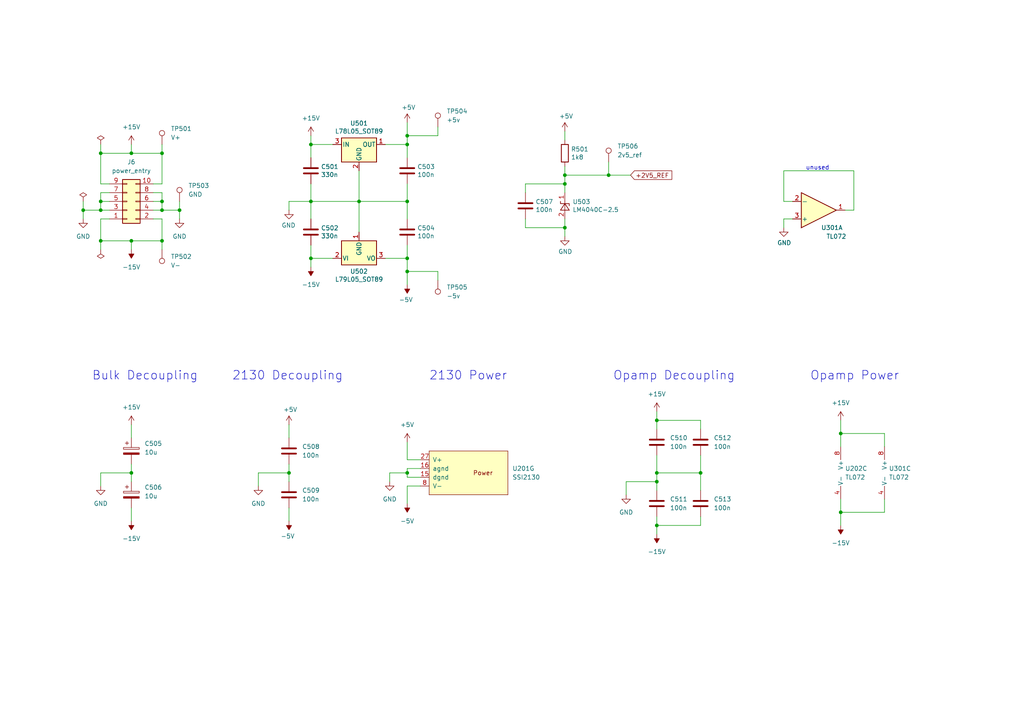
<source format=kicad_sch>
(kicad_sch (version 20211123) (generator eeschema)
  (paper "A4")
  (title_block (title "Josh Ox Ribbon Synth Mod Osc board") (date "2022-06-16") (rev "0") (comment 2 "creativecommons.org/licences/by/4.0") (comment 3 "license: CC by 4.0") (comment 4 "Author: Jordan Aceto"))
  (lib_symbols
    (symbol "Amplifier_Operational:TL072" (pin_names (offset 0.127))
      (property "Reference" "U" (at 0 5.08 0))
      (property "Value" "TL072" (at 0 -5.08 0))
      (symbol "TL072_1_1"
        (polyline (pts (xy -5.08 5.08) (xy 5.08 0) (xy -5.08 -5.08) (xy -5.08 5.08)) (stroke (width 0.254)) (fill (type background)))
        (pin output line (at 7.62 0 180) (length 2.54) (name "~") (number "1"))
        (pin input line (at -7.62 -2.54 0) (length 2.54) (name "-") (number "2"))
        (pin input line (at -7.62 2.54 0) (length 2.54) (name "+") (number "3"))
      )
      (symbol "TL072_2_1"
        (polyline (pts (xy -5.08 5.08) (xy 5.08 0) (xy -5.08 -5.08) (xy -5.08 5.08)) (stroke (width 0.254)) (fill (type background)))
        (pin input line (at -7.62 2.54 0) (length 2.54) (name "+") (number "5"))
        (pin input line (at -7.62 -2.54 0) (length 2.54) (name "-") (number "6"))
        (pin output line (at 7.62 0 180) (length 2.54) (name "~") (number "7"))
      )
      (symbol "TL072_3_1"
        (pin power_in line (at -2.54 -7.62 90) (length 3.81) (name "V-") (number "4"))
        (pin power_in line (at -2.54 7.62 270) (length 3.81) (name "V+") (number "8"))
      )
    )
    (symbol "Connector:TestPoint" (pin_numbers hide) (pin_names (offset 0.762) hide)
      (property "Reference" "TP" (at 0 6.858 0))
      (property "Value" "TestPoint" (at 0 5.08 0))
      (symbol "TestPoint_0_1"
        (circle (center 0 3.302) (radius 0.762))
      )
      (symbol "TestPoint_1_1"
        (pin passive line (at 0 0 90) (length 2.54) (name "1") (number "1"))
      )
    )
    (symbol "Connector_Generic:Conn_02x05_Odd_Even" (pin_names (offset 1.016) hide)
      (property "Reference" "J" (at 1.27 7.62 0))
      (property "Value" "Conn_02x05_Odd_Even" (at 1.27 -7.62 0))
      (symbol "Conn_02x05_Odd_Even_1_1"
        (rectangle (start -1.27 -4.953) (end 0 -5.207) (stroke (width 0.1524)))
        (rectangle (start -1.27 -2.413) (end 0 -2.667) (stroke (width 0.1524)))
        (rectangle (start -1.27 0.127) (end 0 -0.127) (stroke (width 0.1524)))
        (rectangle (start -1.27 2.667) (end 0 2.413) (stroke (width 0.1524)))
        (rectangle (start -1.27 5.207) (end 0 4.953) (stroke (width 0.1524)))
        (rectangle (start -1.27 6.35) (end 3.81 -6.35) (stroke (width 0.254)) (fill (type background)))
        (rectangle (start 3.81 -4.953) (end 2.54 -5.207) (stroke (width 0.1524)))
        (rectangle (start 3.81 -2.413) (end 2.54 -2.667) (stroke (width 0.1524)))
        (rectangle (start 3.81 0.127) (end 2.54 -0.127) (stroke (width 0.1524)))
        (rectangle (start 3.81 2.667) (end 2.54 2.413) (stroke (width 0.1524)))
        (rectangle (start 3.81 5.207) (end 2.54 4.953) (stroke (width 0.1524)))
        (pin passive line (at -5.08 5.08 0) (length 3.81) (name "Pin_1") (number "1"))
        (pin passive line (at 7.62 -5.08 180) (length 3.81) (name "Pin_10") (number "10"))
        (pin passive line (at 7.62 5.08 180) (length 3.81) (name "Pin_2") (number "2"))
        (pin passive line (at -5.08 2.54 0) (length 3.81) (name "Pin_3") (number "3"))
        (pin passive line (at 7.62 2.54 180) (length 3.81) (name "Pin_4") (number "4"))
        (pin passive line (at -5.08 0 0) (length 3.81) (name "Pin_5") (number "5"))
        (pin passive line (at 7.62 0 180) (length 3.81) (name "Pin_6") (number "6"))
        (pin passive line (at -5.08 -2.54 0) (length 3.81) (name "Pin_7") (number "7"))
        (pin passive line (at 7.62 -2.54 180) (length 3.81) (name "Pin_8") (number "8"))
        (pin passive line (at -5.08 -5.08 0) (length 3.81) (name "Pin_9") (number "9"))
      )
    )
    (symbol "Device:C" (pin_numbers hide) (pin_names (offset 0.254))
      (property "Reference" "C" (at 0.635 2.54 0))
      (property "Value" "C" (at 0.635 -2.54 0))
      (symbol "C_0_1"
        (polyline (pts (xy -2.032 -0.762) (xy 2.032 -0.762)) (stroke (width 0.508)))
        (polyline (pts (xy -2.032 0.762) (xy 2.032 0.762)) (stroke (width 0.508)))
      )
      (symbol "C_1_1"
        (pin passive line (at 0 3.81 270) (length 2.794) (name "~") (number "1"))
        (pin passive line (at 0 -3.81 90) (length 2.794) (name "~") (number "2"))
      )
    )
    (symbol "Device:C_Polarized" (pin_numbers hide) (pin_names (offset 0.254))
      (property "Reference" "C" (at 0.635 2.54 0))
      (property "Value" "C_Polarized" (at 0.635 -2.54 0))
      (symbol "C_Polarized_0_1"
        (rectangle (start -2.286 0.508) (end 2.286 1.016))
        (polyline (pts (xy -1.778 2.286) (xy -0.762 2.286)))
        (polyline (pts (xy -1.27 2.794) (xy -1.27 1.778)))
        (rectangle (start 2.286 -0.508) (end -2.286 -1.016) (fill (type outline)))
      )
      (symbol "C_Polarized_1_1"
        (pin passive line (at 0 3.81 270) (length 2.794) (name "~") (number "1"))
        (pin passive line (at 0 -3.81 90) (length 2.794) (name "~") (number "2"))
      )
    )
    (symbol "Device:R" (pin_numbers hide) (pin_names (offset 0))
      (property "Reference" "R" (at 2.032 0 90))
      (property "Value" "R" (at 0 0 90))
      (symbol "R_0_1"
        (rectangle (start -1.016 -2.54) (end 1.016 2.54) (stroke (width 0.254)))
      )
      (symbol "R_1_1"
        (pin passive line (at 0 3.81 270) (length 1.27) (name "~") (number "1"))
        (pin passive line (at 0 -3.81 90) (length 1.27) (name "~") (number "2"))
      )
    )
    (symbol "Reference_Voltage:LM4040DBZ-2.5" (pin_names (offset 0.0254) hide)
      (property "Reference" "U" (at 0 2.54 0))
      (property "Value" "LM4040DBZ-2.5" (at 0 -3.175 0))
      (symbol "LM4040DBZ-2.5_0_1"
        (polyline (pts (xy -1.27 0) (xy 0 0) (xy 1.27 0)))
        (polyline (pts (xy -1.27 -1.27) (xy 0.635 0) (xy -1.27 1.27) (xy -1.27 -1.27)) (stroke (width 0.2032)))
        (polyline (pts (xy 0 -1.27) (xy 0.635 -1.27) (xy 0.635 1.27) (xy 1.27 1.27)) (stroke (width 0.2032)))
      )
      (symbol "LM4040DBZ-2.5_1_1"
        (pin passive line (at 3.81 0 180) (length 2.54) (name "K") (number "1"))
        (pin passive line (at -3.81 0 0) (length 2.54) (name "A") (number "2"))
      )
    )
    (symbol "Regulator_Linear:L78L05_SOT89" (pin_names (offset 0.254))
      (property "Reference" "U" (at -3.81 3.175 0))
      (property "Value" "L78L05_SOT89" (at -0.635 3.175 0))
      (symbol "L78L05_SOT89_0_1"
        (rectangle (start -5.08 1.905) (end 5.08 -5.08) (stroke (width 0.254)) (fill (type background)))
      )
      (symbol "L78L05_SOT89_1_1"
        (pin power_out line (at 7.62 0 180) (length 2.54) (name "OUT") (number "1"))
        (pin power_in line (at 0 -7.62 90) (length 2.54) (name "GND") (number "2"))
        (pin power_in line (at -7.62 0 0) (length 2.54) (name "IN") (number "3"))
      )
    )
    (symbol "Regulator_Linear:L79L05_SOT89" (pin_names (offset 0.254))
      (property "Reference" "U" (at -3.81 -3.175 0))
      (property "Value" "L79L05_SOT89" (at 0 -3.175 0))
      (symbol "L79L05_SOT89_0_1"
        (rectangle (start -5.08 5.08) (end 5.08 -1.905) (stroke (width 0.254)) (fill (type background)))
      )
      (symbol "L79L05_SOT89_1_1"
        (pin power_in line (at 0 7.62 270) (length 2.54) (name "GND") (number "1"))
        (pin power_in line (at -7.62 0 0) (length 2.54) (name "VI") (number "2"))
        (pin power_out line (at 7.62 0 180) (length 2.54) (name "VO") (number "3"))
      )
    )
    (symbol "custom_symbols:SSI2130" (pin_names (offset 1.016))
      (property "Reference" "U1" (at 2.0194 16.51 0))
      (property "Value" "SSI2130" (at 2.0194 13.97 0))
      (symbol "SSI2130_1_0"
        (polyline (pts (xy -16.51 11.43) (xy -16.51 -13.97) (xy 15.24 -13.97) (xy 15.24 11.43) (xy 6.35 11.43) (xy -16.51 11.43)) (fill (type background)))
        (text "Generator" (at 3.81 -8.89 0) (effects (font (size 1.27 1.27)) (justify left)))
        (text "Triangle" (at 3.81 -6.35 0) (effects (font (size 1.27 1.27)) (justify left)))
      )
      (symbol "SSI2130_1_1"
        (pin output line (at 17.78 2.54 180) (length 2.54) (name "tri_out") (number "1"))
        (pin input line (at -19.05 -11.43 0) (length 2.54) (name "tcap") (number "14"))
        (pin input line (at -19.05 -1.27 0) (length 2.54) (name "hard_sync") (number "17"))
        (pin input line (at -19.05 -6.35 0) (length 2.54) (name "time_rev") (number "18"))
        (pin input line (at -19.05 3.81 0) (length 2.54) (name "soft_sync") (number "19"))
        (pin input line (at 0 -16.51 90) (length 2.54) (name "hft_base") (number "20"))
        (pin input line (at -19.05 8.89 0) (length 2.54) (name "lin_freq") (number "21"))
        (pin input line (at 0 13.97 270) (length 2.54) (name "vref") (number "23"))
        (pin output line (at 17.78 -2.54 180) (length 2.54) (name "square_out") (number "28"))
        (pin input line (at -3.81 -16.51 90) (length 2.54) (name "hf_track") (number "6"))
      )
      (symbol "SSI2130_2_1"
        (polyline (pts (xy -11.43 0) (xy -11.43 7.62) (xy 12.7 7.62) (xy 12.7 -8.89) (xy -11.43 -8.89) (xy -11.43 0)) (fill (type background)))
        (text "Saw" (at 1.27 -3.81 0) (effects (font (size 1.27 1.27)) (justify left)))
        (text "Shaper" (at 1.27 -6.35 0) (effects (font (size 1.27 1.27)) (justify left)))
        (pin output line (at 15.24 0 180) (length 2.54) (name "saw_out") (number "29"))
      )
      (symbol "SSI2130_3_1"
        (polyline (pts (xy 12.7 7.62) (xy -11.43 7.62) (xy -11.43 -8.89) (xy 12.7 -8.89) (xy 12.7 7.62)) (fill (type background)))
        (text "Pulse" (at 1.27 -3.81 0) (effects (font (size 1.27 1.27)) (justify left)))
        (text "Shaper" (at 1.27 -6.35 0) (effects (font (size 1.27 1.27)) (justify left)))
        (pin output line (at 15.24 0 180) (length 2.54) (name "pulse_out") (number "30"))
        (pin input line (at -13.97 3.81 0) (length 2.54) (name "pwm_in_-") (number "31"))
        (pin input line (at -13.97 -5.08 0) (length 2.54) (name "pwm_in_+") (number "32"))
      )
      (symbol "SSI2130_4_1"
        (polyline (pts (xy -11.43 6.35) (xy -11.43 -6.35) (xy 11.43 -6.35) (xy 11.43 6.35) (xy -11.43 6.35)) (fill (type background)))
        (text "Analog" (at 1.27 1.27 0) (effects (font (size 1.27 1.27)) (justify left)))
        (text "Multiplier" (at 1.27 -1.27 0) (effects (font (size 1.27 1.27)) (justify left)))
        (pin input line (at -13.97 3.81 0) (length 2.54) (name "expo_scale") (number "22"))
        (pin input line (at -13.97 -3.81 0) (length 2.54) (name "bw_comp") (number "26"))
        (pin input line (at -13.97 0 0) (length 2.54) (name "expo_freq") (number "7"))
      )
      (symbol "SSI2130_5_1"
        (polyline (pts (xy -11.43 7.62) (xy -11.43 -8.89) (xy 12.7 -8.89) (xy 12.7 7.62) (xy -11.43 7.62)) (fill (type background)))
        (text "Shaper" (at 1.27 -6.35 0) (effects (font (size 1.27 1.27)) (justify left)))
        (text "Sine Wave" (at 1.27 -3.81 0) (effects (font (size 1.27 1.27)) (justify left)))
        (pin input line (at -13.97 -5.08 0) (length 2.54) (name "sine_in_+") (number "2"))
        (pin output line (at 15.24 0 180) (length 2.54) (name "sine_out") (number "24"))
        (pin input line (at -13.97 3.81 0) (length 2.54) (name "sine_in_-") (number "3"))
      )
      (symbol "SSI2130_6_1"
        (polyline (pts (xy 11.43 -11.43) (xy -11.43 -11.43) (xy -11.43 10.16) (xy -11.43 17.78) (xy 11.43 17.78) (xy 11.43 -11.43)) (fill (type background)))
        (text "Mixer" (at 3.81 -7.62 0) (effects (font (size 1.27 1.27)) (justify left)))
        (pin input line (at -13.97 -5.08 0) (length 2.54) (name "saw_mix") (number "10"))
        (pin input line (at -13.97 -8.89 0) (length 2.54) (name "pulse_mix") (number "11"))
        (pin input line (at -13.97 6.35 0) (length 2.54) (name "aux_1_mix") (number "12"))
        (pin input line (at -13.97 2.54 0) (length 2.54) (name "aux_2_mix") (number "13"))
        (pin output line (at 13.97 3.81 180) (length 2.54) (name "mix_out") (number "25"))
        (pin input line (at -13.97 15.24 0) (length 2.54) (name "aux_in_1") (number "4"))
        (pin input line (at -13.97 11.43 0) (length 2.54) (name "aux_in_2") (number "5"))
        (pin input line (at -13.97 -1.27 0) (length 2.54) (name "tri_mix") (number "9"))
      )
      (symbol "SSI2130_7_1"
        (polyline (pts (xy -11.43 6.35) (xy -11.43 -6.35) (xy 11.43 -6.35) (xy 11.43 6.35) (xy -11.43 6.35)) (fill (type background)))
        (text "Power" (at 1.27 0 0) (effects (font (size 1.27 1.27)) (justify left)))
        (pin power_in line (at -13.97 -1.27 0) (length 2.54) (name "dgnd") (number "15"))
        (pin power_in line (at -13.97 1.27 0) (length 2.54) (name "agnd") (number "16"))
        (pin power_in line (at -13.97 3.81 0) (length 2.54) (name "V+") (number "27"))
        (pin power_in line (at -13.97 -3.81 0) (length 2.54) (name "V-") (number "8"))
      )
    )
    (symbol "power:+15V" (power) (pin_names (offset 0))
      (property "Value" "+15V" (at 0 3.556 0))
      (symbol "+15V_0_1"
        (polyline (pts (xy -0.762 1.27) (xy 0 2.54)))
        (polyline (pts (xy 0 0) (xy 0 2.54)))
        (polyline (pts (xy 0 2.54) (xy 0.762 1.27)))
      )
      (symbol "+15V_1_1"
        (pin power_in line (at 0 0 90) (length 0) hide (name "+15V") (number "1"))
      )
    )
    (symbol "power:+5V" (power) (pin_names (offset 0))
      (property "Value" "+5V" (at 0 3.556 0))
      (symbol "+5V_0_1"
        (polyline (pts (xy -0.762 1.27) (xy 0 2.54)))
        (polyline (pts (xy 0 0) (xy 0 2.54)))
        (polyline (pts (xy 0 2.54) (xy 0.762 1.27)))
      )
      (symbol "+5V_1_1"
        (pin power_in line (at 0 0 90) (length 0) hide (name "+5V") (number "1"))
      )
    )
    (symbol "power:-15V" (power) (pin_names (offset 0))
      (property "Value" "-15V" (at 0 3.81 0))
      (symbol "-15V_0_0"
        (pin power_in line (at 0 0 90) (length 0) hide (name "-15V") (number "1"))
      )
      (symbol "-15V_0_1"
        (polyline (pts (xy 0 0) (xy 0 1.27) (xy 0.762 1.27) (xy 0 2.54) (xy -0.762 1.27) (xy 0 1.27)) (fill (type outline)))
      )
    )
    (symbol "power:-5V" (power) (pin_names (offset 0))
      (property "Value" "-5V" (at 0 3.81 0))
      (symbol "-5V_0_0"
        (pin power_in line (at 0 0 90) (length 0) hide (name "-5V") (number "1"))
      )
      (symbol "-5V_0_1"
        (polyline (pts (xy 0 0) (xy 0 1.27) (xy 0.762 1.27) (xy 0 2.54) (xy -0.762 1.27) (xy 0 1.27)) (fill (type outline)))
      )
    )
    (symbol "power:GND" (power) (pin_names (offset 0))
      (property "Value" "GND" (at 0 -3.81 0))
      (symbol "GND_0_1"
        (polyline (pts (xy 0 0) (xy 0 -1.27) (xy 1.27 -1.27) (xy 0 -2.54) (xy -1.27 -1.27) (xy 0 -1.27)))
      )
      (symbol "GND_1_1"
        (pin power_in line (at 0 0 270) (length 0) hide (name "GND") (number "1"))
      )
    )
    (symbol "power:PWR_FLAG" (power) (pin_numbers hide) (pin_names (offset 0) hide)
      (property "Value" "PWR_FLAG" (at 0 3.81 0))
      (symbol "PWR_FLAG_0_0"
        (pin power_out line (at 0 0 90) (length 0) (name "pwr") (number "1"))
      )
      (symbol "PWR_FLAG_0_1"
        (polyline (pts (xy 0 0) (xy 0 1.27) (xy -1.016 1.905) (xy 0 2.54) (xy 1.016 1.905) (xy 0 1.27)))
      )
    )
  )
  (junction (at 203.2 137.16))
  (junction (at 104.14 58.42))
  (junction (at 29.21 58.42))
  (junction (at 190.5 139.7))
  (junction (at 52.07 60.96))
  (junction (at 118.11 39.37))
  (junction (at 243.84 125.73))
  (junction (at 46.99 69.85))
  (junction (at 118.11 74.93))
  (junction (at 163.83 50.8))
  (junction (at 243.84 148.59))
  (junction (at 190.5 137.16))
  (junction (at 118.11 78.74))
  (junction (at 29.21 60.96))
  (junction (at 176.53 50.8))
  (junction (at 24.13 60.96))
  (junction (at 90.17 58.42))
  (junction (at 118.11 41.91))
  (junction (at 38.1 44.45))
  (junction (at 29.21 44.45))
  (junction (at 38.1 69.85))
  (junction (at 90.17 74.93))
  (junction (at 46.99 58.42))
  (junction (at 163.83 53.34))
  (junction (at 46.99 44.45))
  (junction (at 29.21 69.85))
  (junction (at 163.83 66.04))
  (junction (at 190.5 121.92))
  (junction (at 83.82 137.16))
  (junction (at 46.99 60.96))
  (junction (at 90.17 41.91))
  (junction (at 38.1 137.16))
  (junction (at 118.11 58.42))
  (junction (at 190.5 152.4))
  (junction (at 118.11 137.16))
  (wire (pts (xy 118.11 140.97) (xy 121.92 140.97)))
  (wire (pts (xy 118.11 140.97) (xy 118.11 146.05)))
  (wire (pts (xy 29.21 55.88) (xy 29.21 58.42)))
  (wire (pts (xy 163.83 68.58) (xy 163.83 66.04)))
  (wire (pts (xy 29.21 69.85) (xy 38.1 69.85)))
  (wire (pts (xy 243.84 144.78) (xy 243.84 148.59)))
  (wire (pts (xy 29.21 55.88) (xy 31.75 55.88)))
  (wire (pts (xy 163.83 38.1) (xy 163.83 40.64)))
  (wire (pts (xy 176.53 46.99) (xy 176.53 50.8)))
  (wire (pts (xy 243.84 125.73) (xy 243.84 129.54)))
  (wire (pts (xy 113.03 137.16) (xy 118.11 137.16)))
  (wire (pts (xy 203.2 137.16) (xy 203.2 132.08)))
  (wire (pts (xy 118.11 133.35) (xy 121.92 133.35)))
  (wire (pts (xy 118.11 39.37) (xy 127 39.37)))
  (wire (pts (xy 247.65 49.53) (xy 227.33 49.53)))
  (wire (pts (xy 29.21 58.42) (xy 29.21 60.96)))
  (wire (pts (xy 181.61 143.51) (xy 181.61 139.7)))
  (wire (pts (xy 118.11 58.42) (xy 118.11 53.34)))
  (wire (pts (xy 83.82 123.19) (xy 83.82 127)))
  (wire (pts (xy 83.82 134.62) (xy 83.82 137.16)))
  (wire (pts (xy 118.11 138.43) (xy 118.11 137.16)))
  (wire (pts (xy 46.99 44.45) (xy 38.1 44.45)))
  (wire (pts (xy 203.2 124.46) (xy 203.2 121.92)))
  (wire (pts (xy 247.65 60.96) (xy 247.65 49.53)))
  (wire (pts (xy 127 36.83) (xy 127 39.37)))
  (wire (pts (xy 44.45 60.96) (xy 46.99 60.96)))
  (wire (pts (xy 256.54 144.78) (xy 256.54 148.59)))
  (wire (pts (xy 256.54 125.73) (xy 243.84 125.73)))
  (wire (pts (xy 44.45 55.88) (xy 46.99 55.88)))
  (wire (pts (xy 229.87 58.42) (xy 227.33 58.42)))
  (wire (pts (xy 90.17 39.37) (xy 90.17 41.91)))
  (wire (pts (xy 38.1 147.32) (xy 38.1 151.13)))
  (wire (pts (xy 190.5 152.4) (xy 190.5 154.94)))
  (wire (pts (xy 163.83 50.8) (xy 163.83 48.26)))
  (wire (pts (xy 90.17 77.47) (xy 90.17 74.93)))
  (wire (pts (xy 227.33 58.42) (xy 227.33 49.53)))
  (wire (pts (xy 104.14 67.31) (xy 104.14 58.42)))
  (wire (pts (xy 29.21 72.39) (xy 29.21 69.85)))
  (wire (pts (xy 118.11 63.5) (xy 118.11 58.42)))
  (wire (pts (xy 163.83 50.8) (xy 176.53 50.8)))
  (wire (pts (xy 243.84 152.4) (xy 243.84 148.59)))
  (wire (pts (xy 127 81.28) (xy 127 78.74)))
  (wire (pts (xy 118.11 78.74) (xy 127 78.74)))
  (wire (pts (xy 118.11 35.56) (xy 118.11 39.37)))
  (wire (pts (xy 83.82 147.32) (xy 83.82 151.13)))
  (wire (pts (xy 44.45 53.34) (xy 46.99 53.34)))
  (wire (pts (xy 245.11 60.96) (xy 247.65 60.96)))
  (wire (pts (xy 74.93 137.16) (xy 83.82 137.16)))
  (wire (pts (xy 203.2 137.16) (xy 190.5 137.16)))
  (wire (pts (xy 90.17 41.91) (xy 90.17 45.72)))
  (wire (pts (xy 38.1 69.85) (xy 46.99 69.85)))
  (wire (pts (xy 24.13 58.42) (xy 24.13 60.96)))
  (wire (pts (xy 83.82 137.16) (xy 83.82 139.7)))
  (wire (pts (xy 83.82 58.42) (xy 90.17 58.42)))
  (wire (pts (xy 52.07 63.5) (xy 52.07 60.96)))
  (wire (pts (xy 190.5 152.4) (xy 203.2 152.4)))
  (wire (pts (xy 29.21 44.45) (xy 29.21 53.34)))
  (wire (pts (xy 118.11 71.12) (xy 118.11 74.93)))
  (wire (pts (xy 203.2 142.24) (xy 203.2 137.16)))
  (wire (pts (xy 111.76 74.93) (xy 118.11 74.93)))
  (wire (pts (xy 38.1 41.91) (xy 38.1 44.45)))
  (wire (pts (xy 113.03 139.7) (xy 113.03 137.16)))
  (wire (pts (xy 118.11 135.89) (xy 121.92 135.89)))
  (wire (pts (xy 118.11 39.37) (xy 118.11 41.91)))
  (wire (pts (xy 118.11 82.55) (xy 118.11 78.74)))
  (wire (pts (xy 118.11 41.91) (xy 118.11 45.72)))
  (wire (pts (xy 46.99 58.42) (xy 46.99 55.88)))
  (wire (pts (xy 104.14 49.53) (xy 104.14 58.42)))
  (wire (pts (xy 163.83 53.34) (xy 163.83 50.8)))
  (wire (pts (xy 163.83 55.88) (xy 163.83 53.34)))
  (wire (pts (xy 190.5 137.16) (xy 190.5 139.7)))
  (wire (pts (xy 31.75 63.5) (xy 29.21 63.5)))
  (wire (pts (xy 46.99 63.5) (xy 44.45 63.5)))
  (wire (pts (xy 152.4 55.88) (xy 152.4 53.34)))
  (wire (pts (xy 152.4 63.5) (xy 152.4 66.04)))
  (wire (pts (xy 24.13 60.96) (xy 29.21 60.96)))
  (wire (pts (xy 46.99 60.96) (xy 46.99 58.42)))
  (wire (pts (xy 83.82 60.96) (xy 83.82 58.42)))
  (wire (pts (xy 29.21 63.5) (xy 29.21 69.85)))
  (wire (pts (xy 38.1 134.62) (xy 38.1 137.16)))
  (wire (pts (xy 46.99 53.34) (xy 46.99 44.45)))
  (wire (pts (xy 96.52 41.91) (xy 90.17 41.91)))
  (wire (pts (xy 31.75 60.96) (xy 29.21 60.96)))
  (wire (pts (xy 52.07 60.96) (xy 46.99 60.96)))
  (wire (pts (xy 118.11 78.74) (xy 118.11 74.93)))
  (wire (pts (xy 29.21 41.91) (xy 29.21 44.45)))
  (wire (pts (xy 90.17 58.42) (xy 90.17 63.5)))
  (wire (pts (xy 96.52 74.93) (xy 90.17 74.93)))
  (wire (pts (xy 29.21 137.16) (xy 38.1 137.16)))
  (wire (pts (xy 190.5 121.92) (xy 190.5 124.46)))
  (wire (pts (xy 256.54 125.73) (xy 256.54 129.54)))
  (wire (pts (xy 152.4 66.04) (xy 163.83 66.04)))
  (wire (pts (xy 90.17 74.93) (xy 90.17 71.12)))
  (wire (pts (xy 118.11 137.16) (xy 118.11 135.89)))
  (wire (pts (xy 29.21 140.97) (xy 29.21 137.16)))
  (wire (pts (xy 256.54 148.59) (xy 243.84 148.59)))
  (wire (pts (xy 24.13 63.5) (xy 24.13 60.96)))
  (wire (pts (xy 190.5 119.38) (xy 190.5 121.92)))
  (wire (pts (xy 104.14 58.42) (xy 118.11 58.42)))
  (wire (pts (xy 46.99 41.91) (xy 46.99 44.45)))
  (wire (pts (xy 203.2 152.4) (xy 203.2 149.86)))
  (wire (pts (xy 90.17 58.42) (xy 104.14 58.42)))
  (wire (pts (xy 227.33 63.5) (xy 229.87 63.5)))
  (wire (pts (xy 29.21 53.34) (xy 31.75 53.34)))
  (wire (pts (xy 46.99 72.39) (xy 46.99 69.85)))
  (wire (pts (xy 152.4 53.34) (xy 163.83 53.34)))
  (wire (pts (xy 44.45 58.42) (xy 46.99 58.42)))
  (wire (pts (xy 90.17 53.34) (xy 90.17 58.42)))
  (wire (pts (xy 118.11 128.27) (xy 118.11 133.35)))
  (wire (pts (xy 29.21 58.42) (xy 31.75 58.42)))
  (wire (pts (xy 38.1 137.16) (xy 38.1 139.7)))
  (wire (pts (xy 190.5 139.7) (xy 190.5 142.24)))
  (wire (pts (xy 38.1 123.19) (xy 38.1 127)))
  (wire (pts (xy 38.1 69.85) (xy 38.1 72.39)))
  (wire (pts (xy 227.33 66.04) (xy 227.33 63.5)))
  (wire (pts (xy 74.93 140.97) (xy 74.93 137.16)))
  (wire (pts (xy 243.84 121.92) (xy 243.84 125.73)))
  (wire (pts (xy 190.5 132.08) (xy 190.5 137.16)))
  (wire (pts (xy 121.92 138.43) (xy 118.11 138.43)))
  (wire (pts (xy 163.83 66.04) (xy 163.83 63.5)))
  (wire (pts (xy 176.53 50.8) (xy 182.88 50.8)))
  (wire (pts (xy 203.2 121.92) (xy 190.5 121.92)))
  (wire (pts (xy 190.5 149.86) (xy 190.5 152.4)))
  (wire (pts (xy 52.07 58.42) (xy 52.07 60.96)))
  (wire (pts (xy 46.99 69.85) (xy 46.99 63.5)))
  (wire (pts (xy 181.61 139.7) (xy 190.5 139.7)))
  (wire (pts (xy 38.1 44.45) (xy 29.21 44.45)))
  (wire (pts (xy 118.11 41.91) (xy 111.76 41.91)))
  (text "2130 Decoupling" (at 67.31 110.49 0) (effects (font (size 2.5 2.5)) (justify left bottom)))
  (text "Opamp Decoupling" (at 177.8 110.49 0) (effects (font (size 2.5 2.5)) (justify left bottom)))
  (text "2130 Power" (at 124.46 110.49 0) (effects (font (size 2.5 2.5)) (justify left bottom)))
  (text "unused" (at 233.68 49.53 0) (effects (font (size 1.27 1.27)) (justify left bottom)))
  (text "Opamp Power" (at 234.95 110.49 0) (effects (font (size 2.5 2.5)) (justify left bottom)))
  (text "Bulk Decoupling" (at 26.67 110.49 0) (effects (font (size 2.5 2.5)) (justify left bottom)))
  (global_label "+2V5_REF" (shape input) (at 182.88 50.8 0) (property "Intersheet References" "${INTERSHEET_REFS}" (effects hide)))
  (symbol (lib_id "Connector:TestPoint") (at 46.99 72.39 180) (unit 1) (in_bom no)
    (property "Reference" "TP502" (at 49.53 74.4219 0) (effects (justify right)))
    (property "Value" "V-" (at 49.53 76.9619 0) (effects (justify right)))
    (property "Footprint" "TestPoint:TestPoint_Keystone_5000-5004_Miniature" (effects hide))
  )
  (symbol (lib_id "Device:C") (at 118.11 49.53 0) (unit 1)
    (property "Reference" "C503" (at 121.031 48.3616 0) (effects (justify left)))
    (property "Value" "100n" (at 121.031 50.673 0) (effects (justify left)))
    (property "Footprint" "Capacitor_SMD:C_0805_2012Metric" (effects hide))
  )
  (symbol (lib_id "Amplifier_Operational:TL072") (at 246.38 137.16 0) (unit 3)
    (property "Reference" "U202" (at 245.11 135.8899 0) (effects (justify left)))
    (property "Value" "TL072" (at 245.11 138.4299 0) (effects (justify left)))
    (property "Footprint" "Package_SO:SO-8_5.3x6.2mm_P1.27mm" (effects hide))
    (property "Datasheet" "http://www.ti.com/lit/ds/symlink/tl071.pdf" (effects hide))
  )
  (symbol (lib_id "power:+15V") (at 190.5 119.38 0) (unit 1)
    (property "Reference" "#PWR0516" (effects hide))
    (property "Value" "+15V" (at 190.5 114.3 0))
  )
  (symbol (lib_id "power:GND") (at 74.93 140.97 0) (unit 1)
    (property "Reference" "#PWR0107" (effects hide))
    (property "Value" "GND" (at 74.93 146.05 0))
  )
  (symbol (lib_id "Connector:TestPoint") (at 176.53 46.99 0) (unit 1) (in_bom no)
    (property "Reference" "TP506" (at 179.07 42.4179 0) (effects (justify left)))
    (property "Value" "2v5_ref" (at 179.07 44.9579 0) (effects (justify left)))
    (property "Footprint" "TestPoint:TestPoint_Keystone_5000-5004_Miniature" (effects hide))
  )
  (symbol (lib_id "power:GND") (at 52.07 63.5 0) (unit 1)
    (property "Reference" "#PWR0507" (effects hide))
    (property "Value" "GND" (at 52.07 68.58 0))
  )
  (symbol (lib_id "Device:C") (at 203.2 146.05 0) (unit 1)
    (property "Reference" "C513" (at 207.01 144.7799 0) (effects (justify left)))
    (property "Value" "100n" (at 207.01 147.3199 0) (effects (justify left)))
    (property "Footprint" "Capacitor_SMD:C_0805_2012Metric" (effects hide))
  )
  (symbol (lib_id "Connector:TestPoint") (at 46.99 41.91 0) (unit 1) (in_bom no)
    (property "Reference" "TP501" (at 49.53 37.3379 0) (effects (justify left)))
    (property "Value" "V+" (at 49.53 39.8779 0) (effects (justify left)))
    (property "Footprint" "TestPoint:TestPoint_Keystone_5000-5004_Miniature" (effects hide))
  )
  (symbol (lib_id "power:-15V") (at 38.1 72.39 180) (unit 1)
    (property "Reference" "#PWR0506" (effects hide))
    (property "Value" "-15V" (at 38.1 77.47 0))
  )
  (symbol (lib_id "power:+15V") (at 90.17 39.37 0) (unit 1)
    (property "Reference" "#PWR0503" (effects hide))
    (property "Value" "+15V" (at 90.17 34.29 0))
  )
  (symbol (lib_id "power:GND") (at 83.82 60.96 0) (mirror y) (unit 1)
    (property "Reference" "#PWR0501" (effects hide))
    (property "Value" "GND" (at 83.693 65.3542 0))
  )
  (symbol (lib_id "Device:C") (at 190.5 128.27 0) (unit 1)
    (property "Reference" "C510" (at 194.31 126.9999 0) (effects (justify left)))
    (property "Value" "100n" (at 194.31 129.5399 0) (effects (justify left)))
    (property "Footprint" "Capacitor_SMD:C_0805_2012Metric" (effects hide))
  )
  (symbol (lib_id "Connector:TestPoint") (at 127 36.83 0) (unit 1) (in_bom no)
    (property "Reference" "TP504" (at 129.54 32.2579 0) (effects (justify left)))
    (property "Value" "+5v" (at 129.54 34.7979 0) (effects (justify left)))
    (property "Footprint" "TestPoint:TestPoint_Keystone_5000-5004_Miniature" (effects hide))
  )
  (symbol (lib_id "Device:C") (at 203.2 128.27 0) (unit 1)
    (property "Reference" "C512" (at 207.01 126.9999 0) (effects (justify left)))
    (property "Value" "100n" (at 207.01 129.5399 0) (effects (justify left)))
    (property "Footprint" "Capacitor_SMD:C_0805_2012Metric" (effects hide))
  )
  (symbol (lib_id "power:-5V") (at 83.82 151.13 180) (unit 1)
    (property "Reference" "#PWR0108" (effects hide))
    (property "Value" "-5V" (at 83.439 155.5242 0))
  )
  (symbol (lib_id "Device:R") (at 163.83 44.45 0) (unit 1)
    (property "Reference" "R501" (at 165.608 43.2816 0) (effects (justify left)))
    (property "Value" "1k8" (at 165.608 45.593 0) (effects (justify left)))
    (property "Footprint" "Resistor_SMD:R_0805_2012Metric" (effects hide))
  )
  (symbol (lib_id "power:GND") (at 24.13 63.5 0) (mirror y) (unit 1)
    (property "Reference" "#PWR0502" (effects hide))
    (property "Value" "GND" (at 24.13 68.58 0))
  )
  (symbol (lib_id "power:+15V") (at 38.1 123.19 0) (unit 1)
    (property "Reference" "#PWR0511" (effects hide))
    (property "Value" "+15V" (at 38.1 118.11 0))
  )
  (symbol (lib_id "Device:C") (at 190.5 146.05 0) (unit 1)
    (property "Reference" "C511" (at 194.31 144.7799 0) (effects (justify left)))
    (property "Value" "100n" (at 194.31 147.3199 0) (effects (justify left)))
    (property "Footprint" "Capacitor_SMD:C_0805_2012Metric" (effects hide))
  )
  (symbol (lib_id "power:+5V") (at 118.11 128.27 0) (unit 1)
    (property "Reference" "#PWR0523" (effects hide))
    (property "Value" "+5V" (at 118.11 123.19 0))
  )
  (symbol (lib_id "Regulator_Linear:L79L05_SOT89") (at 104.14 74.93 0) (unit 1)
    (property "Reference" "U502" (at 104.14 78.7146 0))
    (property "Value" "L79L05_SOT89" (at 104.14 81.026 0))
    (property "Footprint" "Package_TO_SOT_SMD:SOT-89-3" (effects hide))
    (property "Datasheet" "http://www.farnell.com/datasheets/1827870.pdf" (effects hide))
  )
  (symbol (lib_id "power:+5V") (at 163.83 38.1 0) (unit 1)
    (property "Reference" "#PWR0513" (effects hide))
    (property "Value" "+5V" (at 164.211 33.7058 0))
  )
  (symbol (lib_id "power:+15V") (at 38.1 41.91 0) (unit 1)
    (property "Reference" "#PWR0505" (effects hide))
    (property "Value" "+15V" (at 38.1 36.83 0))
  )
  (symbol (lib_id "power:-15V") (at 243.84 152.4 180) (unit 1)
    (property "Reference" "#PWR0521" (effects hide))
    (property "Value" "-15V" (at 243.84 157.48 0))
  )
  (symbol (lib_id "Amplifier_Operational:TL072") (at 237.49 60.96 0) (mirror x) (unit 1)
    (property "Reference" "U301" (at 241.3 66.04 0))
    (property "Value" "TL072" (at 242.57 68.58 0))
    (property "Footprint" "Package_SO:SO-8_5.3x6.2mm_P1.27mm" (effects hide))
    (property "Datasheet" "http://www.ti.com/lit/ds/symlink/tl071.pdf" (effects hide))
  )
  (symbol (lib_id "power:-15V") (at 90.17 77.47 180) (unit 1)
    (property "Reference" "#PWR0504" (effects hide))
    (property "Value" "-15V" (at 90.17 82.55 0))
  )
  (symbol (lib_id "Device:C") (at 83.82 130.81 0) (unit 1)
    (property "Reference" "C508" (at 87.63 129.5399 0) (effects (justify left)))
    (property "Value" "100n" (at 87.63 132.0799 0) (effects (justify left)))
    (property "Footprint" "Capacitor_SMD:C_0805_2012Metric" (effects hide))
  )
  (symbol (lib_id "power:-15V") (at 190.5 154.94 180) (unit 1)
    (property "Reference" "#PWR0517" (effects hide))
    (property "Value" "-15V" (at 190.5 160.02 0))
  )
  (symbol (lib_id "Device:C_Polarized") (at 38.1 130.81 0) (unit 1)
    (property "Reference" "C505" (at 41.91 128.6509 0) (effects (justify left)))
    (property "Value" "10u" (at 41.91 131.1909 0) (effects (justify left)))
    (property "Footprint" "Capacitor_THT:CP_Radial_D6.3mm_P2.50mm" (effects hide))
  )
  (symbol (lib_id "power:+15V") (at 243.84 121.92 0) (unit 1)
    (property "Reference" "#PWR0520" (effects hide))
    (property "Value" "+15V" (at 243.84 116.84 0))
  )
  (symbol (lib_id "power:GND") (at 113.03 139.7 0) (unit 1)
    (property "Reference" "#PWR0522" (effects hide))
    (property "Value" "GND" (at 113.03 144.78 0))
  )
  (symbol (lib_id "Reference_Voltage:LM4040DBZ-2.5") (at 163.83 59.69 90) (unit 1)
    (property "Reference" "U503" (at 166.0652 58.5216 90) (effects (justify right)))
    (property "Value" "LM4040C-2.5" (at 166.0652 60.833 90) (effects (justify right)))
    (property "Footprint" "Package_TO_SOT_SMD:SOT-23" (effects hide))
    (property "Datasheet" "http://www.ti.com/lit/ds/symlink/lm4040-n.pdf" (effects hide))
  )
  (symbol (lib_id "Device:C") (at 90.17 49.53 0) (unit 1)
    (property "Reference" "C501" (at 93.091 48.3616 0) (effects (justify left)))
    (property "Value" "330n" (at 93.091 50.673 0) (effects (justify left)))
    (property "Footprint" "Capacitor_SMD:C_0805_2012Metric" (effects hide))
  )
  (symbol (lib_id "power:GND") (at 29.21 140.97 0) (unit 1)
    (property "Reference" "#PWR0510" (effects hide))
    (property "Value" "GND" (at 29.21 146.05 0))
  )
  (symbol (lib_id "power:GND") (at 163.83 68.58 0) (unit 1)
    (property "Reference" "#PWR0514" (effects hide))
    (property "Value" "GND" (at 163.957 72.9742 0))
  )
  (symbol (lib_id "power:-15V") (at 38.1 151.13 180) (unit 1)
    (property "Reference" "#PWR0512" (effects hide))
    (property "Value" "-15V" (at 38.1 156.21 0))
  )
  (symbol (lib_id "Regulator_Linear:L78L05_SOT89") (at 104.14 41.91 0) (unit 1)
    (property "Reference" "U501" (at 104.14 35.7632 0))
    (property "Value" "L78L05_SOT89" (at 104.14 38.0746 0))
    (property "Footprint" "Package_TO_SOT_SMD:SOT-89-3" (effects hide))
    (property "Datasheet" "http://www.st.com/content/ccc/resource/technical/document/datasheet/15/55/e5/aa/23/5b/43/fd/CD00000446.pdf/files/CD00000446.pdf/jcr:content/translations/en.CD00000446.pdf" (effects hide))
  )
  (symbol (lib_id "Device:C") (at 90.17 67.31 0) (unit 1)
    (property "Reference" "C502" (at 93.091 66.1416 0) (effects (justify left)))
    (property "Value" "330n" (at 93.091 68.453 0) (effects (justify left)))
    (property "Footprint" "Capacitor_SMD:C_0805_2012Metric" (effects hide))
  )
  (symbol (lib_id "power:GND") (at 227.33 66.04 0) (unit 1)
    (property "Reference" "#PWR0519" (effects hide))
    (property "Value" "GND" (at 227.457 70.4342 0))
  )
  (symbol (lib_id "Amplifier_Operational:TL072") (at 259.08 137.16 0) (unit 3)
    (property "Reference" "U301" (at 257.81 135.8899 0) (effects (justify left)))
    (property "Value" "TL072" (at 257.81 138.4299 0) (effects (justify left)))
    (property "Footprint" "Package_SO:SO-8_5.3x6.2mm_P1.27mm" (effects hide))
    (property "Datasheet" "http://www.ti.com/lit/ds/symlink/tl071.pdf" (effects hide))
  )
  (symbol (lib_id "Device:C") (at 83.82 143.51 0) (unit 1)
    (property "Reference" "C509" (at 87.63 142.2399 0) (effects (justify left)))
    (property "Value" "100n" (at 87.63 144.7799 0) (effects (justify left)))
    (property "Footprint" "Capacitor_SMD:C_0805_2012Metric" (effects hide))
  )
  (symbol (lib_id "Device:C") (at 152.4 59.69 0) (unit 1)
    (property "Reference" "C507" (at 155.321 58.5216 0) (effects (justify left)))
    (property "Value" "100n" (at 155.321 60.833 0) (effects (justify left)))
    (property "Footprint" "Capacitor_SMD:C_0805_2012Metric" (effects hide))
  )
  (symbol (lib_id "power:GND") (at 181.61 143.51 0) (unit 1)
    (property "Reference" "#PWR0515" (effects hide))
    (property "Value" "GND" (at 181.61 148.59 0))
  )
  (symbol (lib_id "power:PWR_FLAG") (at 29.21 72.39 180) (unit 1)
    (property "Reference" "#FLG0503" (effects hide))
    (property "Value" "PWR_FLAG" (effects hide))
  )
  (symbol (lib_id "Device:C") (at 118.11 67.31 0) (unit 1)
    (property "Reference" "C504" (at 121.031 66.1416 0) (effects (justify left)))
    (property "Value" "100n" (at 121.031 68.453 0) (effects (justify left)))
    (property "Footprint" "Capacitor_SMD:C_0805_2012Metric" (effects hide))
  )
  (symbol (lib_id "Connector_Generic:Conn_02x05_Odd_Even") (at 36.83 58.42 0) (mirror x) (unit 1)
    (property "Reference" "J6" (at 38.1 46.99 0))
    (property "Value" "power_entry" (at 38.1 49.53 0))
    (property "Footprint" "Connector_IDC:IDC-Header_2x05_P2.54mm_Vertical" (effects hide))
  )
  (symbol (lib_id "Device:C_Polarized") (at 38.1 143.51 0) (unit 1)
    (property "Reference" "C506" (at 41.91 141.3509 0) (effects (justify left)))
    (property "Value" "10u" (at 41.91 143.8909 0) (effects (justify left)))
    (property "Footprint" "Capacitor_THT:CP_Radial_D6.3mm_P2.50mm" (effects hide))
  )
  (symbol (lib_id "power:+5V") (at 118.11 35.56 0) (unit 1)
    (property "Reference" "#PWR0508" (effects hide))
    (property "Value" "+5V" (at 118.491 31.1658 0))
  )
  (symbol (lib_id "Connector:TestPoint") (at 52.07 58.42 0) (unit 1) (in_bom no)
    (property "Reference" "TP503" (at 54.61 53.8479 0) (effects (justify left)))
    (property "Value" "GND" (at 54.61 56.3879 0) (effects (justify left)))
    (property "Footprint" "TestPoint:TestPoint_Bridge_Pitch7.62mm_Drill1.3mm" (effects hide))
  )
  (symbol (lib_id "power:PWR_FLAG") (at 24.13 58.42 0) (unit 1)
    (property "Reference" "#FLG0501" (effects hide))
    (property "Value" "PWR_FLAG" (effects hide))
  )
  (symbol (lib_id "power:+5V") (at 83.82 123.19 0) (unit 1)
    (property "Reference" "#PWR0106" (effects hide))
    (property "Value" "+5V" (at 84.201 118.7958 0))
  )
  (symbol (lib_id "Connector:TestPoint") (at 127 81.28 180) (unit 1) (in_bom no)
    (property "Reference" "TP505" (at 129.54 83.3119 0) (effects (justify right)))
    (property "Value" "-5v" (at 129.54 85.8519 0) (effects (justify right)))
    (property "Footprint" "TestPoint:TestPoint_Keystone_5000-5004_Miniature" (effects hide))
  )
  (symbol (lib_id "custom_symbols:SSI2130") (at 135.89 137.16 0) (unit 7)
    (property "Reference" "U201" (at 148.59 135.8899 0) (effects (justify left)))
    (property "Value" "SSI2130" (at 148.59 138.4299 0) (effects (justify left)))
    (property "Footprint" "custom_footprints:PQN32_HandSoldering" (effects hide))
  )
  (symbol (lib_id "power:-5V") (at 118.11 82.55 180) (unit 1)
    (property "Reference" "#PWR0509" (effects hide))
    (property "Value" "-5V" (at 117.729 86.9442 0))
  )
  (symbol (lib_id "power:PWR_FLAG") (at 29.21 41.91 0) (unit 1)
    (property "Reference" "#FLG0502" (effects hide))
    (property "Value" "PWR_FLAG" (effects hide))
  )
  (symbol (lib_id "power:-5V") (at 118.11 146.05 180) (unit 1)
    (property "Reference" "#PWR0524" (effects hide))
    (property "Value" "-5V" (at 118.11 151.13 0))
  )
)
</source>
